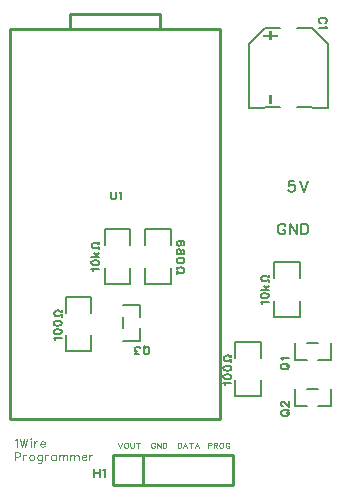
<source format=gto>
G04 Layer: TopSilkscreenLayer*
G04 EasyEDA Pro v2.2.45.4, 2025-12-29 16:20:18*
G04 Gerber Generator version 0.3*
G04 Scale: 100 percent, Rotated: No, Reflected: No*
G04 Dimensions in millimeters*
G04 Leading zeros omitted, absolute positions, 4 integers and 5 decimals*
G04 Generated by one-click*
%FSLAX45Y45*%
%MOMM*%
%ADD10C,0.2032*%
%ADD11C,0.1016*%
%ADD12C,0.0762*%
%ADD13C,0.1524*%
%ADD14C,0.254*%
%ADD15C,0.7823*%
G75*


G04 Text Start*
G54D10*
G01X-499110Y-1648121D02*
G01X-540258Y-1648121D01*
G01X-544576Y-1685205D01*
G01X-540258Y-1681141D01*
G01X-528066Y-1677077D01*
G01X-515620Y-1677077D01*
G01X-503174Y-1681141D01*
G01X-495046Y-1689523D01*
G01X-490728Y-1701715D01*
G01X-490728Y-1710097D01*
G01X-495046Y-1722543D01*
G01X-503174Y-1730671D01*
G01X-515620Y-1734735D01*
G01X-528066Y-1734735D01*
G01X-540258Y-1730671D01*
G01X-544576Y-1726607D01*
G01X-548640Y-1718225D01*
G01X-450596Y-1648121D02*
G01X-417576Y-1734735D01*
G01X-384556Y-1648121D02*
G01X-417576Y-1734735D01*
G01X-575564Y-2028444D02*
G01X-579628Y-2020316D01*
G01X-588010Y-2011934D01*
G01X-596138Y-2007870D01*
G01X-612648Y-2007870D01*
G01X-621030Y-2011934D01*
G01X-629158Y-2020316D01*
G01X-633476Y-2028444D01*
G01X-637540Y-2040890D01*
G01X-637540Y-2061464D01*
G01X-633476Y-2073910D01*
G01X-629158Y-2082292D01*
G01X-621030Y-2090420D01*
G01X-612648Y-2094484D01*
G01X-596138Y-2094484D01*
G01X-588010Y-2090420D01*
G01X-579628Y-2082292D01*
G01X-575564Y-2073910D01*
G01X-575564Y-2061464D01*
G01X-596138Y-2061464D02*
G01X-575564Y-2061464D01*
G01X-535432Y-2007870D02*
G01X-535432Y-2094484D01*
G01X-535432Y-2007870D02*
G01X-477520Y-2094484D01*
G01X-477520Y-2007870D02*
G01X-477520Y-2094484D01*
G01X-437388Y-2007870D02*
G01X-437388Y-2094484D01*
G01X-437388Y-2007870D02*
G01X-408432Y-2007870D01*
G01X-395986Y-2011934D01*
G01X-387858Y-2020316D01*
G01X-383794Y-2028444D01*
G01X-379476Y-2040890D01*
G01X-379476Y-2061464D01*
G01X-383794Y-2073910D01*
G01X-387858Y-2082292D01*
G01X-395986Y-2090420D01*
G01X-408432Y-2094484D01*
G01X-437388Y-2094484D01*
G54D11*
G01X-2865120Y-3841242D02*
G01X-2858516Y-3837940D01*
G01X-2848864Y-3828034D01*
G01X-2848864Y-3896360D01*
G01X-2822956Y-3828034D02*
G01X-2806700Y-3896360D01*
G01X-2790444Y-3828034D02*
G01X-2806700Y-3896360D01*
G01X-2790444Y-3828034D02*
G01X-2774188Y-3896360D01*
G01X-2757932Y-3828034D02*
G01X-2774188Y-3896360D01*
G01X-2732024Y-3828034D02*
G01X-2728976Y-3831336D01*
G01X-2725674Y-3828034D01*
G01X-2728976Y-3824732D01*
G01X-2732024Y-3828034D01*
G01X-2728976Y-3850894D02*
G01X-2728976Y-3896360D01*
G01X-2699766Y-3850894D02*
G01X-2699766Y-3896360D01*
G01X-2699766Y-3870452D02*
G01X-2696718Y-3860546D01*
G01X-2690114Y-3854196D01*
G01X-2683510Y-3850894D01*
G01X-2673858Y-3850894D01*
G01X-2647950Y-3870452D02*
G01X-2609088Y-3870452D01*
G01X-2609088Y-3863848D01*
G01X-2612390Y-3857498D01*
G01X-2615438Y-3854196D01*
G01X-2622042Y-3850894D01*
G01X-2631694Y-3850894D01*
G01X-2638298Y-3854196D01*
G01X-2644902Y-3860546D01*
G01X-2647950Y-3870452D01*
G01X-2647950Y-3876802D01*
G01X-2644902Y-3886708D01*
G01X-2638298Y-3893312D01*
G01X-2631694Y-3896360D01*
G01X-2622042Y-3896360D01*
G01X-2615438Y-3893312D01*
G01X-2609088Y-3886708D01*
G01X-2865120Y-3942334D02*
G01X-2865120Y-4010660D01*
G01X-2865120Y-3942334D02*
G01X-2835910Y-3942334D01*
G01X-2826004Y-3945636D01*
G01X-2822702Y-3948938D01*
G01X-2819654Y-3955542D01*
G01X-2819654Y-3965194D01*
G01X-2822702Y-3971798D01*
G01X-2826004Y-3974846D01*
G01X-2835910Y-3978148D01*
G01X-2865120Y-3978148D01*
G01X-2793746Y-3965194D02*
G01X-2793746Y-4010660D01*
G01X-2793746Y-3984752D02*
G01X-2790698Y-3974846D01*
G01X-2784094Y-3968496D01*
G01X-2777490Y-3965194D01*
G01X-2767838Y-3965194D01*
G01X-2725674Y-3965194D02*
G01X-2732278Y-3968496D01*
G01X-2738882Y-3974846D01*
G01X-2741930Y-3984752D01*
G01X-2741930Y-3991102D01*
G01X-2738882Y-4001008D01*
G01X-2732278Y-4007612D01*
G01X-2725674Y-4010660D01*
G01X-2716022Y-4010660D01*
G01X-2709418Y-4007612D01*
G01X-2703068Y-4001008D01*
G01X-2699766Y-3991102D01*
G01X-2699766Y-3984752D01*
G01X-2703068Y-3974846D01*
G01X-2709418Y-3968496D01*
G01X-2716022Y-3965194D01*
G01X-2725674Y-3965194D01*
G01X-2634996Y-3965194D02*
G01X-2634996Y-4017264D01*
G01X-2638298Y-4026916D01*
G01X-2641346Y-4030218D01*
G01X-2647950Y-4033520D01*
G01X-2657602Y-4033520D01*
G01X-2664206Y-4030218D01*
G01X-2634996Y-3974846D02*
G01X-2641346Y-3968496D01*
G01X-2647950Y-3965194D01*
G01X-2657602Y-3965194D01*
G01X-2664206Y-3968496D01*
G01X-2670810Y-3974846D01*
G01X-2673858Y-3984752D01*
G01X-2673858Y-3991102D01*
G01X-2670810Y-4001008D01*
G01X-2664206Y-4007612D01*
G01X-2657602Y-4010660D01*
G01X-2647950Y-4010660D01*
G01X-2641346Y-4007612D01*
G01X-2634996Y-4001008D01*
G01X-2609088Y-3965194D02*
G01X-2609088Y-4010660D01*
G01X-2609088Y-3984752D02*
G01X-2606040Y-3974846D01*
G01X-2599436Y-3968496D01*
G01X-2592832Y-3965194D01*
G01X-2583180Y-3965194D01*
G01X-2518410Y-3965194D02*
G01X-2518410Y-4010660D01*
G01X-2518410Y-3974846D02*
G01X-2524760Y-3968496D01*
G01X-2531364Y-3965194D01*
G01X-2541016Y-3965194D01*
G01X-2547620Y-3968496D01*
G01X-2554224Y-3974846D01*
G01X-2557272Y-3984752D01*
G01X-2557272Y-3991102D01*
G01X-2554224Y-4001008D01*
G01X-2547620Y-4007612D01*
G01X-2541016Y-4010660D01*
G01X-2531364Y-4010660D01*
G01X-2524760Y-4007612D01*
G01X-2518410Y-4001008D01*
G01X-2492502Y-3965194D02*
G01X-2492502Y-4010660D01*
G01X-2492502Y-3978148D02*
G01X-2482850Y-3968496D01*
G01X-2476246Y-3965194D01*
G01X-2466594Y-3965194D01*
G01X-2459990Y-3968496D01*
G01X-2456942Y-3978148D01*
G01X-2456942Y-4010660D01*
G01X-2456942Y-3978148D02*
G01X-2447036Y-3968496D01*
G01X-2440432Y-3965194D01*
G01X-2430780Y-3965194D01*
G01X-2424176Y-3968496D01*
G01X-2421128Y-3978148D01*
G01X-2421128Y-4010660D01*
G01X-2395220Y-3965194D02*
G01X-2395220Y-4010660D01*
G01X-2395220Y-3978148D02*
G01X-2385568Y-3968496D01*
G01X-2378964Y-3965194D01*
G01X-2369312Y-3965194D01*
G01X-2362708Y-3968496D01*
G01X-2359660Y-3978148D01*
G01X-2359660Y-4010660D01*
G01X-2359660Y-3978148D02*
G01X-2349754Y-3968496D01*
G01X-2343150Y-3965194D01*
G01X-2333498Y-3965194D01*
G01X-2326894Y-3968496D01*
G01X-2323846Y-3978148D01*
G01X-2323846Y-4010660D01*
G01X-2297938Y-3984752D02*
G01X-2259076Y-3984752D01*
G01X-2259076Y-3978148D01*
G01X-2262378Y-3971798D01*
G01X-2265426Y-3968496D01*
G01X-2272030Y-3965194D01*
G01X-2281682Y-3965194D01*
G01X-2288286Y-3968496D01*
G01X-2294890Y-3974846D01*
G01X-2297938Y-3984752D01*
G01X-2297938Y-3991102D01*
G01X-2294890Y-4001008D01*
G01X-2288286Y-4007612D01*
G01X-2281682Y-4010660D01*
G01X-2272030Y-4010660D01*
G01X-2265426Y-4007612D01*
G01X-2259076Y-4001008D01*
G01X-2233168Y-3965194D02*
G01X-2233168Y-4010660D01*
G01X-2233168Y-3984752D02*
G01X-2230120Y-3974846D01*
G01X-2223516Y-3968496D01*
G01X-2216912Y-3965194D01*
G01X-2207260Y-3965194D01*
G54D12*
G01X-1990090Y-3860546D02*
G01X-1972818Y-3905504D01*
G01X-1955800Y-3860546D02*
G01X-1972818Y-3905504D01*
G01X-1925066Y-3860546D02*
G01X-1929384Y-3862578D01*
G01X-1933702Y-3866896D01*
G01X-1935734Y-3871214D01*
G01X-1937766Y-3877564D01*
G01X-1937766Y-3888232D01*
G01X-1935734Y-3894836D01*
G01X-1933702Y-3899154D01*
G01X-1929384Y-3903472D01*
G01X-1925066Y-3905504D01*
G01X-1916430Y-3905504D01*
G01X-1912112Y-3903472D01*
G01X-1907794Y-3899154D01*
G01X-1905762Y-3894836D01*
G01X-1903476Y-3888232D01*
G01X-1903476Y-3877564D01*
G01X-1905762Y-3871214D01*
G01X-1907794Y-3866896D01*
G01X-1912112Y-3862578D01*
G01X-1916430Y-3860546D01*
G01X-1925066Y-3860546D01*
G01X-1885442Y-3860546D02*
G01X-1885442Y-3892550D01*
G01X-1883410Y-3899154D01*
G01X-1879092Y-3903472D01*
G01X-1872742Y-3905504D01*
G01X-1868424Y-3905504D01*
G01X-1862074Y-3903472D01*
G01X-1857756Y-3899154D01*
G01X-1855470Y-3892550D01*
G01X-1855470Y-3860546D01*
G01X-1822450Y-3860546D02*
G01X-1822450Y-3905504D01*
G01X-1837436Y-3860546D02*
G01X-1807464Y-3860546D01*
G01X-1678432Y-3871214D02*
G01X-1680718Y-3866896D01*
G01X-1685036Y-3862578D01*
G01X-1689354Y-3860546D01*
G01X-1697736Y-3860546D01*
G01X-1702054Y-3862578D01*
G01X-1706372Y-3866896D01*
G01X-1708658Y-3871214D01*
G01X-1710690Y-3877564D01*
G01X-1710690Y-3888232D01*
G01X-1708658Y-3894836D01*
G01X-1706372Y-3899154D01*
G01X-1702054Y-3903472D01*
G01X-1697736Y-3905504D01*
G01X-1689354Y-3905504D01*
G01X-1685036Y-3903472D01*
G01X-1680718Y-3899154D01*
G01X-1678432Y-3894836D01*
G01X-1678432Y-3888232D01*
G01X-1689354Y-3888232D02*
G01X-1678432Y-3888232D01*
G01X-1660398Y-3860546D02*
G01X-1660398Y-3905504D01*
G01X-1660398Y-3860546D02*
G01X-1630426Y-3905504D01*
G01X-1630426Y-3860546D02*
G01X-1630426Y-3905504D01*
G01X-1612392Y-3860546D02*
G01X-1612392Y-3905504D01*
G01X-1612392Y-3860546D02*
G01X-1597406Y-3860546D01*
G01X-1591056Y-3862578D01*
G01X-1586738Y-3866896D01*
G01X-1584706Y-3871214D01*
G01X-1582420Y-3877564D01*
G01X-1582420Y-3888232D01*
G01X-1584706Y-3894836D01*
G01X-1586738Y-3899154D01*
G01X-1591056Y-3903472D01*
G01X-1597406Y-3905504D01*
G01X-1612392Y-3905504D01*
G01X-1486627Y-3860546D02*
G01X-1486627Y-3905504D01*
G01X-1486627Y-3860546D02*
G01X-1471641Y-3860546D01*
G01X-1465291Y-3862578D01*
G01X-1460973Y-3866896D01*
G01X-1458687Y-3871214D01*
G01X-1456655Y-3877564D01*
G01X-1456655Y-3888232D01*
G01X-1458687Y-3894836D01*
G01X-1460973Y-3899154D01*
G01X-1465291Y-3903472D01*
G01X-1471641Y-3905504D01*
G01X-1486627Y-3905504D01*
G01X-1421603Y-3860546D02*
G01X-1438621Y-3905504D01*
G01X-1421603Y-3860546D02*
G01X-1404331Y-3905504D01*
G01X-1432271Y-3890518D02*
G01X-1410935Y-3890518D01*
G01X-1371311Y-3860546D02*
G01X-1371311Y-3905504D01*
G01X-1386297Y-3860546D02*
G01X-1356325Y-3860546D01*
G01X-1321273Y-3860546D02*
G01X-1338291Y-3905504D01*
G01X-1321273Y-3860546D02*
G01X-1304001Y-3905504D01*
G01X-1331941Y-3890518D02*
G01X-1310605Y-3890518D01*
G01X-1228090Y-3860546D02*
G01X-1228090Y-3905504D01*
G01X-1228090Y-3860546D02*
G01X-1208786Y-3860546D01*
G01X-1202436Y-3862578D01*
G01X-1200150Y-3864864D01*
G01X-1198118Y-3869182D01*
G01X-1198118Y-3875532D01*
G01X-1200150Y-3879850D01*
G01X-1202436Y-3881882D01*
G01X-1208786Y-3884168D01*
G01X-1228090Y-3884168D01*
G01X-1180084Y-3860546D02*
G01X-1180084Y-3905504D01*
G01X-1180084Y-3860546D02*
G01X-1161034Y-3860546D01*
G01X-1154430Y-3862578D01*
G01X-1152398Y-3864864D01*
G01X-1150112Y-3869182D01*
G01X-1150112Y-3873246D01*
G01X-1152398Y-3877564D01*
G01X-1154430Y-3879850D01*
G01X-1161034Y-3881882D01*
G01X-1180084Y-3881882D01*
G01X-1165098Y-3881882D02*
G01X-1150112Y-3905504D01*
G01X-1119378Y-3860546D02*
G01X-1123696Y-3862578D01*
G01X-1128014Y-3866896D01*
G01X-1130046Y-3871214D01*
G01X-1132078Y-3877564D01*
G01X-1132078Y-3888232D01*
G01X-1130046Y-3894836D01*
G01X-1128014Y-3899154D01*
G01X-1123696Y-3903472D01*
G01X-1119378Y-3905504D01*
G01X-1110742Y-3905504D01*
G01X-1106424Y-3903472D01*
G01X-1102106Y-3899154D01*
G01X-1100074Y-3894836D01*
G01X-1097788Y-3888232D01*
G01X-1097788Y-3877564D01*
G01X-1100074Y-3871214D01*
G01X-1102106Y-3866896D01*
G01X-1106424Y-3862578D01*
G01X-1110742Y-3860546D01*
G01X-1119378Y-3860546D01*
G01X-1047750Y-3871214D02*
G01X-1049782Y-3866896D01*
G01X-1054100Y-3862578D01*
G01X-1058418Y-3860546D01*
G01X-1067054Y-3860546D01*
G01X-1071372Y-3862578D01*
G01X-1075690Y-3866896D01*
G01X-1077722Y-3871214D01*
G01X-1079754Y-3877564D01*
G01X-1079754Y-3888232D01*
G01X-1077722Y-3894836D01*
G01X-1075690Y-3899154D01*
G01X-1071372Y-3903472D01*
G01X-1067054Y-3905504D01*
G01X-1058418Y-3905504D01*
G01X-1054100Y-3903472D01*
G01X-1049782Y-3899154D01*
G01X-1047750Y-3894836D01*
G01X-1047750Y-3888232D01*
G01X-1058418Y-3888232D02*
G01X-1047750Y-3888232D01*
G54D13*
G01X-238760Y-308102D02*
G01X-232410Y-305054D01*
G01X-226314Y-298704D01*
G01X-223266Y-292608D01*
G01X-223266Y-280162D01*
G01X-226314Y-274066D01*
G01X-232410Y-267716D01*
G01X-238760Y-264668D01*
G01X-247904Y-261620D01*
G01X-263398Y-261620D01*
G01X-272796Y-264668D01*
G01X-278892Y-267716D01*
G01X-285242Y-274066D01*
G01X-288290Y-280162D01*
G01X-288290Y-292608D01*
G01X-285242Y-298704D01*
G01X-278892Y-305054D01*
G01X-272796Y-308102D01*
G01X-235712Y-338328D02*
G01X-232410Y-344424D01*
G01X-223266Y-353568D01*
G01X-288290Y-353568D01*
G01X-2189480Y-4084066D02*
G01X-2189480Y-4149090D01*
G01X-2146046Y-4084066D02*
G01X-2146046Y-4149090D01*
G01X-2189480Y-4115054D02*
G01X-2146046Y-4115054D01*
G01X-2115820Y-4096512D02*
G01X-2109724Y-4093210D01*
G01X-2100580Y-4084066D01*
G01X-2100580Y-4149090D01*
G01X-610075Y-3222438D02*
G01X-607027Y-3228534D01*
G01X-600931Y-3234884D01*
G01X-594581Y-3237932D01*
G01X-585437Y-3240980D01*
G01X-569943Y-3240980D01*
G01X-560545Y-3237932D01*
G01X-554449Y-3234884D01*
G01X-548099Y-3228534D01*
G01X-545051Y-3222438D01*
G01X-545051Y-3209992D01*
G01X-548099Y-3203896D01*
G01X-554449Y-3197546D01*
G01X-560545Y-3194498D01*
G01X-569943Y-3191450D01*
G01X-585437Y-3191450D01*
G01X-594581Y-3194498D01*
G01X-600931Y-3197546D01*
G01X-607027Y-3203896D01*
G01X-610075Y-3209992D01*
G01X-610075Y-3222438D01*
G01X-557497Y-3213040D02*
G01X-538955Y-3194498D01*
G01X-597629Y-3161224D02*
G01X-600931Y-3155128D01*
G01X-610075Y-3145984D01*
G01X-545051Y-3145984D01*
G01X-610075Y-3616138D02*
G01X-607027Y-3622234D01*
G01X-600931Y-3628584D01*
G01X-594581Y-3631632D01*
G01X-585437Y-3634680D01*
G01X-569943Y-3634680D01*
G01X-560545Y-3631632D01*
G01X-554449Y-3628584D01*
G01X-548099Y-3622234D01*
G01X-545051Y-3616138D01*
G01X-545051Y-3603692D01*
G01X-548099Y-3597596D01*
G01X-554449Y-3591246D01*
G01X-560545Y-3588198D01*
G01X-569943Y-3585150D01*
G01X-585437Y-3585150D01*
G01X-594581Y-3588198D01*
G01X-600931Y-3591246D01*
G01X-607027Y-3597596D01*
G01X-610075Y-3603692D01*
G01X-610075Y-3616138D01*
G01X-557497Y-3606740D02*
G01X-538955Y-3588198D01*
G01X-594581Y-3551876D02*
G01X-597629Y-3551876D01*
G01X-603979Y-3548828D01*
G01X-607027Y-3545780D01*
G01X-610075Y-3539684D01*
G01X-610075Y-3527238D01*
G01X-607027Y-3520888D01*
G01X-603979Y-3517840D01*
G01X-597629Y-3514792D01*
G01X-591533Y-3514792D01*
G01X-585437Y-3517840D01*
G01X-576039Y-3524190D01*
G01X-545051Y-3554924D01*
G01X-545051Y-3511744D01*
G01X-1743262Y-3111975D02*
G01X-1737166Y-3108927D01*
G01X-1730816Y-3102831D01*
G01X-1727768Y-3096481D01*
G01X-1724720Y-3087337D01*
G01X-1724720Y-3071843D01*
G01X-1727768Y-3062445D01*
G01X-1730816Y-3056349D01*
G01X-1737166Y-3049999D01*
G01X-1743262Y-3046951D01*
G01X-1755708Y-3046951D01*
G01X-1761804Y-3049999D01*
G01X-1768154Y-3056349D01*
G01X-1771202Y-3062445D01*
G01X-1774250Y-3071843D01*
G01X-1774250Y-3087337D01*
G01X-1771202Y-3096481D01*
G01X-1768154Y-3102831D01*
G01X-1761804Y-3108927D01*
G01X-1755708Y-3111975D01*
G01X-1743262Y-3111975D01*
G01X-1752660Y-3059397D02*
G01X-1771202Y-3040855D01*
G01X-1810572Y-3111975D02*
G01X-1844608Y-3111975D01*
G01X-1826066Y-3087337D01*
G01X-1835210Y-3087337D01*
G01X-1841560Y-3084289D01*
G01X-1844608Y-3080987D01*
G01X-1847656Y-3071843D01*
G01X-1847656Y-3065493D01*
G01X-1844608Y-3056349D01*
G01X-1838512Y-3049999D01*
G01X-1829114Y-3046951D01*
G01X-1819716Y-3046951D01*
G01X-1810572Y-3049999D01*
G01X-1807524Y-3053301D01*
G01X-1804476Y-3059397D01*
G01X-767588Y-2684780D02*
G01X-770890Y-2678684D01*
G01X-780034Y-2669286D01*
G01X-715010Y-2669286D01*
G01X-780034Y-2620518D02*
G01X-776986Y-2629916D01*
G01X-767588Y-2636012D01*
G01X-752348Y-2639060D01*
G01X-742950Y-2639060D01*
G01X-727456Y-2636012D01*
G01X-718058Y-2629916D01*
G01X-715010Y-2620518D01*
G01X-715010Y-2614422D01*
G01X-718058Y-2605024D01*
G01X-727456Y-2598928D01*
G01X-742950Y-2595880D01*
G01X-752348Y-2595880D01*
G01X-767588Y-2598928D01*
G01X-776986Y-2605024D01*
G01X-780034Y-2614422D01*
G01X-780034Y-2620518D01*
G01X-780034Y-2565654D02*
G01X-715010Y-2565654D01*
G01X-758444Y-2534920D02*
G01X-727456Y-2565654D01*
G01X-739902Y-2553462D02*
G01X-715010Y-2531618D01*
G01X-715010Y-2501392D02*
G01X-715010Y-2479802D01*
G01X-724408Y-2486152D01*
G01X-733552Y-2492248D01*
G01X-742950Y-2495296D01*
G01X-752348Y-2495296D01*
G01X-761492Y-2492248D01*
G01X-767588Y-2489200D01*
G01X-773938Y-2482850D01*
G01X-776986Y-2476754D01*
G01X-776986Y-2464308D01*
G01X-773938Y-2458212D01*
G01X-767588Y-2451862D01*
G01X-761492Y-2448814D01*
G01X-752348Y-2445766D01*
G01X-742950Y-2445766D01*
G01X-733552Y-2448814D01*
G01X-724408Y-2455164D01*
G01X-715010Y-2461260D01*
G01X-715010Y-2439670D01*
G01X-1085088Y-3370580D02*
G01X-1088390Y-3364484D01*
G01X-1097534Y-3355086D01*
G01X-1032510Y-3355086D01*
G01X-1097534Y-3306318D02*
G01X-1094486Y-3315716D01*
G01X-1085088Y-3321812D01*
G01X-1069848Y-3324860D01*
G01X-1060450Y-3324860D01*
G01X-1044956Y-3321812D01*
G01X-1035558Y-3315716D01*
G01X-1032510Y-3306318D01*
G01X-1032510Y-3300222D01*
G01X-1035558Y-3290824D01*
G01X-1044956Y-3284728D01*
G01X-1060450Y-3281680D01*
G01X-1069848Y-3281680D01*
G01X-1085088Y-3284728D01*
G01X-1094486Y-3290824D01*
G01X-1097534Y-3300222D01*
G01X-1097534Y-3306318D01*
G01X-1097534Y-3232912D02*
G01X-1094486Y-3242310D01*
G01X-1085088Y-3248406D01*
G01X-1069848Y-3251454D01*
G01X-1060450Y-3251454D01*
G01X-1044956Y-3248406D01*
G01X-1035558Y-3242310D01*
G01X-1032510Y-3232912D01*
G01X-1032510Y-3226816D01*
G01X-1035558Y-3217418D01*
G01X-1044956Y-3211322D01*
G01X-1060450Y-3208274D01*
G01X-1069848Y-3208274D01*
G01X-1085088Y-3211322D01*
G01X-1094486Y-3217418D01*
G01X-1097534Y-3226816D01*
G01X-1097534Y-3232912D01*
G01X-1032510Y-3178048D02*
G01X-1032510Y-3156458D01*
G01X-1041908Y-3162808D01*
G01X-1051052Y-3168904D01*
G01X-1060450Y-3171952D01*
G01X-1069848Y-3171952D01*
G01X-1078992Y-3168904D01*
G01X-1085088Y-3165856D01*
G01X-1091438Y-3159506D01*
G01X-1094486Y-3153410D01*
G01X-1094486Y-3140964D01*
G01X-1091438Y-3134868D01*
G01X-1085088Y-3128518D01*
G01X-1078992Y-3125470D01*
G01X-1069848Y-3122422D01*
G01X-1060450Y-3122422D01*
G01X-1051052Y-3125470D01*
G01X-1041908Y-3131820D01*
G01X-1032510Y-3137916D01*
G01X-1032510Y-3116326D01*
G01X-2202688Y-2405380D02*
G01X-2205990Y-2399284D01*
G01X-2215134Y-2389886D01*
G01X-2150110Y-2389886D01*
G01X-2215134Y-2341118D02*
G01X-2212086Y-2350516D01*
G01X-2202688Y-2356612D01*
G01X-2187448Y-2359660D01*
G01X-2178050Y-2359660D01*
G01X-2162556Y-2356612D01*
G01X-2153158Y-2350516D01*
G01X-2150110Y-2341118D01*
G01X-2150110Y-2335022D01*
G01X-2153158Y-2325624D01*
G01X-2162556Y-2319528D01*
G01X-2178050Y-2316480D01*
G01X-2187448Y-2316480D01*
G01X-2202688Y-2319528D01*
G01X-2212086Y-2325624D01*
G01X-2215134Y-2335022D01*
G01X-2215134Y-2341118D01*
G01X-2215134Y-2286254D02*
G01X-2150110Y-2286254D01*
G01X-2193544Y-2255520D02*
G01X-2162556Y-2286254D01*
G01X-2175002Y-2274062D02*
G01X-2150110Y-2252218D01*
G01X-2150110Y-2221992D02*
G01X-2150110Y-2200402D01*
G01X-2159508Y-2206752D01*
G01X-2168652Y-2212848D01*
G01X-2178050Y-2215896D01*
G01X-2187448Y-2215896D01*
G01X-2196592Y-2212848D01*
G01X-2202688Y-2209800D01*
G01X-2209038Y-2203450D01*
G01X-2212086Y-2197354D01*
G01X-2212086Y-2184908D01*
G01X-2209038Y-2178812D01*
G01X-2202688Y-2172462D01*
G01X-2196592Y-2169414D01*
G01X-2187448Y-2166366D01*
G01X-2178050Y-2166366D01*
G01X-2168652Y-2169414D01*
G01X-2159508Y-2175764D01*
G01X-2150110Y-2181860D01*
G01X-2150110Y-2160270D01*
G01X-2520188Y-2989580D02*
G01X-2523490Y-2983484D01*
G01X-2532634Y-2974086D01*
G01X-2467610Y-2974086D01*
G01X-2532634Y-2925318D02*
G01X-2529586Y-2934716D01*
G01X-2520188Y-2940812D01*
G01X-2504948Y-2943860D01*
G01X-2495550Y-2943860D01*
G01X-2480056Y-2940812D01*
G01X-2470658Y-2934716D01*
G01X-2467610Y-2925318D01*
G01X-2467610Y-2919222D01*
G01X-2470658Y-2909824D01*
G01X-2480056Y-2903728D01*
G01X-2495550Y-2900680D01*
G01X-2504948Y-2900680D01*
G01X-2520188Y-2903728D01*
G01X-2529586Y-2909824D01*
G01X-2532634Y-2919222D01*
G01X-2532634Y-2925318D01*
G01X-2532634Y-2851912D02*
G01X-2529586Y-2861310D01*
G01X-2520188Y-2867406D01*
G01X-2504948Y-2870454D01*
G01X-2495550Y-2870454D01*
G01X-2480056Y-2867406D01*
G01X-2470658Y-2861310D01*
G01X-2467610Y-2851912D01*
G01X-2467610Y-2845816D01*
G01X-2470658Y-2836418D01*
G01X-2480056Y-2830322D01*
G01X-2495550Y-2827274D01*
G01X-2504948Y-2827274D01*
G01X-2520188Y-2830322D01*
G01X-2529586Y-2836418D01*
G01X-2532634Y-2845816D01*
G01X-2532634Y-2851912D01*
G01X-2467610Y-2797048D02*
G01X-2467610Y-2775458D01*
G01X-2477008Y-2781808D01*
G01X-2486152Y-2787904D01*
G01X-2495550Y-2790952D01*
G01X-2504948Y-2790952D01*
G01X-2514092Y-2787904D01*
G01X-2520188Y-2784856D01*
G01X-2526538Y-2778506D01*
G01X-2529586Y-2772410D01*
G01X-2529586Y-2759964D01*
G01X-2526538Y-2753868D01*
G01X-2520188Y-2747518D01*
G01X-2514092Y-2744470D01*
G01X-2504948Y-2741422D01*
G01X-2495550Y-2741422D01*
G01X-2486152Y-2744470D01*
G01X-2477008Y-2750820D01*
G01X-2467610Y-2756916D01*
G01X-2467610Y-2735326D01*
G01X-1438910Y-2191004D02*
G01X-1432814Y-2187956D01*
G01X-1429766Y-2178812D01*
G01X-1429766Y-2172462D01*
G01X-1432814Y-2163318D01*
G01X-1442212Y-2156968D01*
G01X-1457452Y-2153920D01*
G01X-1472946Y-2153920D01*
G01X-1485392Y-2156968D01*
G01X-1491742Y-2163318D01*
G01X-1494790Y-2172462D01*
G01X-1494790Y-2175510D01*
G01X-1491742Y-2184908D01*
G01X-1485392Y-2191004D01*
G01X-1476248Y-2194052D01*
G01X-1472946Y-2194052D01*
G01X-1463802Y-2191004D01*
G01X-1457452Y-2184908D01*
G01X-1454404Y-2175510D01*
G01X-1454404Y-2172462D01*
G01X-1457452Y-2163318D01*
G01X-1463802Y-2156968D01*
G01X-1472946Y-2153920D01*
G01X-1429766Y-2239518D02*
G01X-1432814Y-2230374D01*
G01X-1438910Y-2227326D01*
G01X-1445260Y-2227326D01*
G01X-1451356Y-2230374D01*
G01X-1454404Y-2236470D01*
G01X-1457452Y-2248916D01*
G01X-1460754Y-2258314D01*
G01X-1466850Y-2264410D01*
G01X-1472946Y-2267458D01*
G01X-1482344Y-2267458D01*
G01X-1488440Y-2264410D01*
G01X-1491742Y-2261362D01*
G01X-1494790Y-2251964D01*
G01X-1494790Y-2239518D01*
G01X-1491742Y-2230374D01*
G01X-1488440Y-2227326D01*
G01X-1482344Y-2224278D01*
G01X-1472946Y-2224278D01*
G01X-1466850Y-2227326D01*
G01X-1460754Y-2233422D01*
G01X-1457452Y-2242820D01*
G01X-1454404Y-2255012D01*
G01X-1451356Y-2261362D01*
G01X-1445260Y-2264410D01*
G01X-1438910Y-2264410D01*
G01X-1432814Y-2261362D01*
G01X-1429766Y-2251964D01*
G01X-1429766Y-2239518D01*
G01X-1429766Y-2316226D02*
G01X-1432814Y-2306828D01*
G01X-1442212Y-2300732D01*
G01X-1457452Y-2297684D01*
G01X-1466850Y-2297684D01*
G01X-1482344Y-2300732D01*
G01X-1491742Y-2306828D01*
G01X-1494790Y-2316226D01*
G01X-1494790Y-2322322D01*
G01X-1491742Y-2331720D01*
G01X-1482344Y-2337816D01*
G01X-1466850Y-2340864D01*
G01X-1457452Y-2340864D01*
G01X-1442212Y-2337816D01*
G01X-1432814Y-2331720D01*
G01X-1429766Y-2322322D01*
G01X-1429766Y-2316226D01*
G01X-1494790Y-2371090D02*
G01X-1494790Y-2392680D01*
G01X-1485392Y-2386330D01*
G01X-1476248Y-2380234D01*
G01X-1466850Y-2377186D01*
G01X-1457452Y-2377186D01*
G01X-1448308Y-2380234D01*
G01X-1442212Y-2383282D01*
G01X-1435862Y-2389632D01*
G01X-1432814Y-2395728D01*
G01X-1432814Y-2408174D01*
G01X-1435862Y-2414270D01*
G01X-1442212Y-2420620D01*
G01X-1448308Y-2423668D01*
G01X-1457452Y-2426716D01*
G01X-1466850Y-2426716D01*
G01X-1476248Y-2423668D01*
G01X-1485392Y-2417318D01*
G01X-1494790Y-2411222D01*
G01X-1494790Y-2432812D01*
G01X-2049780Y-1734566D02*
G01X-2049780Y-1781048D01*
G01X-2046732Y-1790192D01*
G01X-2040382Y-1796542D01*
G01X-2031238Y-1799590D01*
G01X-2024888Y-1799590D01*
G01X-2015744Y-1796542D01*
G01X-2009648Y-1790192D01*
G01X-2006346Y-1781048D01*
G01X-2006346Y-1734566D01*
G01X-1976120Y-1747012D02*
G01X-1970024Y-1743710D01*
G01X-1960880Y-1734566D01*
G01X-1960880Y-1799590D01*
G04 Text End*

G04 PolygonModel Start*
G01X-620027Y-1021362D02*
G01X-883666Y-1023366D01*
G01X-883666Y-1023366D02*
G01X-883666Y-487680D01*
G01X-883666Y-487680D02*
G01X-744220Y-348234D01*
G01X-744220Y-348234D02*
G01X-614680Y-349570D01*
G01X-475331Y-1022749D02*
G01X-208483Y-1023417D01*
G01X-208483Y-1023417D02*
G01X-208483Y-487797D01*
G01X-208483Y-487797D02*
G01X-348097Y-348183D01*
G01X-348097Y-348183D02*
G01X-477520Y-348183D01*
G36*
G01X-688000Y-996000D02*
G01X-707799Y-996000D01*
G01X-707799Y-916800D01*
G01X-688000Y-916800D01*
G01X-688000Y-996000D01*
G37*
G36*
G01X-688000Y-375600D02*
G01X-707799Y-375600D01*
G01X-707799Y-454800D01*
G01X-688000Y-454800D01*
G01X-688000Y-375600D01*
G37*
G36*
G01X-631901Y-405300D02*
G01X-763900Y-405300D01*
G01X-763900Y-425099D01*
G01X-631901Y-425099D01*
G01X-631901Y-405300D01*
G37*
G54D14*
G01X-1775648Y-3962400D02*
G01X-1016000Y-3962400D01*
G01X-1016000Y-3962400D02*
G01X-1016000Y-4216400D01*
G01X-1016000Y-4216400D02*
G01X-2032000Y-4216400D01*
G01X-2032000Y-4216400D02*
G01X-2032000Y-3962400D01*
G01X-2032000Y-3962400D02*
G01X-1775648Y-3962400D01*
G01X-1775648Y-3962400D02*
G01X-1775648Y-4216400D01*
G54D13*
G01X-495521Y-3013479D02*
G01X-495521Y-3158721D01*
G01X-495521Y-3158721D02*
G01X-392359Y-3158721D01*
G01X-190279Y-3013479D02*
G01X-190279Y-3158721D01*
G01X-190279Y-3158721D02*
G01X-293441Y-3158721D01*
G01X-388440Y-3013479D02*
G01X-297360Y-3013479D01*
G01X-495521Y-3407179D02*
G01X-495521Y-3552421D01*
G01X-495521Y-3552421D02*
G01X-392359Y-3552421D01*
G01X-190279Y-3407179D02*
G01X-190279Y-3552421D01*
G01X-190279Y-3552421D02*
G01X-293441Y-3552421D01*
G01X-388440Y-3407179D02*
G01X-297360Y-3407179D01*
G01X-1952221Y-2997421D02*
G01X-1806979Y-2997421D01*
G01X-1806979Y-2997421D02*
G01X-1806979Y-2894259D01*
G01X-1952221Y-2692179D02*
G01X-1806979Y-2692179D01*
G01X-1806979Y-2692179D02*
G01X-1806979Y-2795341D01*
G01X-1952221Y-2890340D02*
G01X-1952221Y-2799260D01*
G01X-450891Y-2470280D02*
G01X-450891Y-2334288D01*
G01X-450891Y-2334288D02*
G01X-666709Y-2334288D01*
G01X-666709Y-2334288D02*
G01X-666709Y-2470280D01*
G01X-450891Y-2660520D02*
G01X-450891Y-2796512D01*
G01X-450891Y-2796512D02*
G01X-666709Y-2796512D01*
G01X-666709Y-2796512D02*
G01X-666709Y-2660520D01*
G01X-996909Y-3333620D02*
G01X-996909Y-3469612D01*
G01X-996909Y-3469612D02*
G01X-781091Y-3469612D01*
G01X-781091Y-3469612D02*
G01X-781091Y-3333620D01*
G01X-996909Y-3143380D02*
G01X-996909Y-3007388D01*
G01X-996909Y-3007388D02*
G01X-781091Y-3007388D01*
G01X-781091Y-3007388D02*
G01X-781091Y-3143380D01*
G01X-1885991Y-2190880D02*
G01X-1885991Y-2054888D01*
G01X-1885991Y-2054888D02*
G01X-2101809Y-2054888D01*
G01X-2101809Y-2054888D02*
G01X-2101809Y-2190880D01*
G01X-1885991Y-2381120D02*
G01X-1885991Y-2517112D01*
G01X-1885991Y-2517112D02*
G01X-2101809Y-2517112D01*
G01X-2101809Y-2517112D02*
G01X-2101809Y-2381120D01*
G01X-2432009Y-2952620D02*
G01X-2432009Y-3088612D01*
G01X-2432009Y-3088612D02*
G01X-2216191Y-3088612D01*
G01X-2216191Y-3088612D02*
G01X-2216191Y-2952620D01*
G01X-2432009Y-2762380D02*
G01X-2432009Y-2626388D01*
G01X-2432009Y-2626388D02*
G01X-2216191Y-2626388D01*
G01X-2216191Y-2626388D02*
G01X-2216191Y-2762380D01*
G01X-1758909Y-2381120D02*
G01X-1758909Y-2517112D01*
G01X-1758909Y-2517112D02*
G01X-1543091Y-2517112D01*
G01X-1543091Y-2517112D02*
G01X-1543091Y-2381120D01*
G01X-1758909Y-2190880D02*
G01X-1758909Y-2054888D01*
G01X-1758909Y-2054888D02*
G01X-1543091Y-2054888D01*
G01X-1543091Y-2054888D02*
G01X-1543091Y-2190880D01*
G54D14*
G01X-2908300Y-355600D02*
G01X-2908300Y-3657600D01*
G01X-2908300Y-3657600D02*
G01X-1130300Y-3657600D01*
G01X-1130300Y-3657600D02*
G01X-1130300Y-355600D01*
G01X-1130300Y-355600D02*
G01X-2908300Y-355600D01*
G01X-2400300Y-355600D02*
G01X-2400300Y-228600D01*
G01X-2400300Y-228600D02*
G01X-1638300Y-228600D01*
G01X-1638300Y-228600D02*
G01X-1638300Y-355600D01*

M02*


</source>
